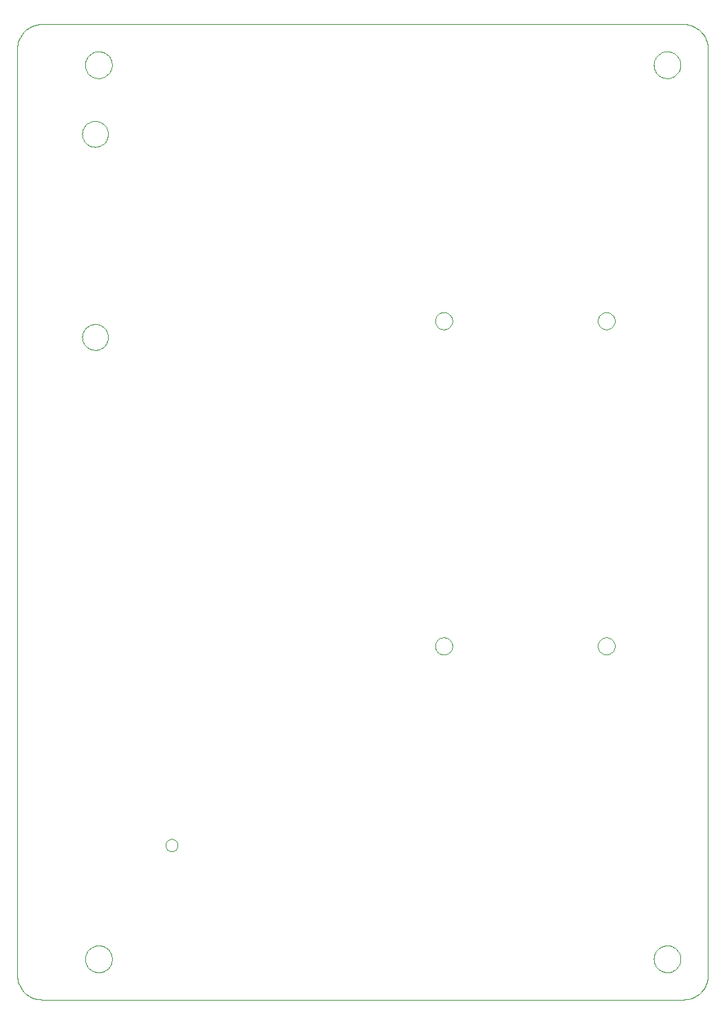
<source format=gko>
G75*
G70*
%OFA0B0*%
%FSLAX24Y24*%
%IPPOS*%
%LPD*%
%AMOC8*
5,1,8,0,0,1.08239X$1,22.5*
%
%ADD10C,0.0000*%
D10*
X005291Y001336D02*
X005291Y046218D01*
X005293Y046284D01*
X005298Y046350D01*
X005308Y046416D01*
X005321Y046481D01*
X005337Y046545D01*
X005357Y046608D01*
X005381Y046670D01*
X005408Y046730D01*
X005438Y046789D01*
X005472Y046846D01*
X005509Y046901D01*
X005549Y046954D01*
X005591Y047005D01*
X005637Y047053D01*
X005685Y047099D01*
X005736Y047141D01*
X005789Y047181D01*
X005844Y047218D01*
X005901Y047252D01*
X005960Y047282D01*
X006020Y047309D01*
X006082Y047333D01*
X006145Y047353D01*
X006209Y047369D01*
X006274Y047382D01*
X006340Y047392D01*
X006406Y047397D01*
X006472Y047399D01*
X037575Y047399D01*
X037641Y047397D01*
X037707Y047392D01*
X037773Y047382D01*
X037838Y047369D01*
X037902Y047353D01*
X037965Y047333D01*
X038027Y047309D01*
X038087Y047282D01*
X038146Y047252D01*
X038203Y047218D01*
X038258Y047181D01*
X038311Y047141D01*
X038362Y047099D01*
X038410Y047053D01*
X038456Y047005D01*
X038498Y046954D01*
X038538Y046901D01*
X038575Y046846D01*
X038609Y046789D01*
X038639Y046730D01*
X038666Y046670D01*
X038690Y046608D01*
X038710Y046545D01*
X038726Y046481D01*
X038739Y046416D01*
X038749Y046350D01*
X038754Y046284D01*
X038756Y046218D01*
X038756Y001336D01*
X038754Y001270D01*
X038749Y001204D01*
X038739Y001138D01*
X038726Y001073D01*
X038710Y001009D01*
X038690Y000946D01*
X038666Y000884D01*
X038639Y000824D01*
X038609Y000765D01*
X038575Y000708D01*
X038538Y000653D01*
X038498Y000600D01*
X038456Y000549D01*
X038410Y000501D01*
X038362Y000455D01*
X038311Y000413D01*
X038258Y000373D01*
X038203Y000336D01*
X038146Y000302D01*
X038087Y000272D01*
X038027Y000245D01*
X037965Y000221D01*
X037902Y000201D01*
X037838Y000185D01*
X037773Y000172D01*
X037707Y000162D01*
X037641Y000157D01*
X037575Y000155D01*
X006472Y000155D01*
X006406Y000157D01*
X006340Y000162D01*
X006274Y000172D01*
X006209Y000185D01*
X006145Y000201D01*
X006082Y000221D01*
X006020Y000245D01*
X005960Y000272D01*
X005901Y000302D01*
X005844Y000336D01*
X005789Y000373D01*
X005736Y000413D01*
X005685Y000455D01*
X005637Y000501D01*
X005591Y000549D01*
X005549Y000600D01*
X005509Y000653D01*
X005472Y000708D01*
X005438Y000765D01*
X005408Y000824D01*
X005381Y000884D01*
X005357Y000946D01*
X005337Y001009D01*
X005321Y001073D01*
X005308Y001138D01*
X005298Y001204D01*
X005293Y001270D01*
X005291Y001336D01*
X008578Y002123D02*
X008580Y002173D01*
X008586Y002223D01*
X008596Y002273D01*
X008609Y002321D01*
X008626Y002369D01*
X008647Y002415D01*
X008671Y002459D01*
X008699Y002501D01*
X008730Y002541D01*
X008764Y002578D01*
X008801Y002613D01*
X008840Y002644D01*
X008881Y002673D01*
X008925Y002698D01*
X008971Y002720D01*
X009018Y002738D01*
X009066Y002752D01*
X009115Y002763D01*
X009165Y002770D01*
X009215Y002773D01*
X009266Y002772D01*
X009316Y002767D01*
X009366Y002758D01*
X009414Y002746D01*
X009462Y002729D01*
X009508Y002709D01*
X009553Y002686D01*
X009596Y002659D01*
X009636Y002629D01*
X009674Y002596D01*
X009709Y002560D01*
X009742Y002521D01*
X009771Y002480D01*
X009797Y002437D01*
X009820Y002392D01*
X009839Y002345D01*
X009854Y002297D01*
X009866Y002248D01*
X009874Y002198D01*
X009878Y002148D01*
X009878Y002098D01*
X009874Y002048D01*
X009866Y001998D01*
X009854Y001949D01*
X009839Y001901D01*
X009820Y001854D01*
X009797Y001809D01*
X009771Y001766D01*
X009742Y001725D01*
X009709Y001686D01*
X009674Y001650D01*
X009636Y001617D01*
X009596Y001587D01*
X009553Y001560D01*
X009508Y001537D01*
X009462Y001517D01*
X009414Y001500D01*
X009366Y001488D01*
X009316Y001479D01*
X009266Y001474D01*
X009215Y001473D01*
X009165Y001476D01*
X009115Y001483D01*
X009066Y001494D01*
X009018Y001508D01*
X008971Y001526D01*
X008925Y001548D01*
X008881Y001573D01*
X008840Y001602D01*
X008801Y001633D01*
X008764Y001668D01*
X008730Y001705D01*
X008699Y001745D01*
X008671Y001787D01*
X008647Y001831D01*
X008626Y001877D01*
X008609Y001925D01*
X008596Y001973D01*
X008586Y002023D01*
X008580Y002073D01*
X008578Y002123D01*
X012477Y007635D02*
X012479Y007669D01*
X012485Y007703D01*
X012495Y007736D01*
X012508Y007767D01*
X012526Y007797D01*
X012546Y007825D01*
X012570Y007850D01*
X012596Y007872D01*
X012624Y007890D01*
X012655Y007906D01*
X012687Y007918D01*
X012721Y007926D01*
X012755Y007930D01*
X012789Y007930D01*
X012823Y007926D01*
X012857Y007918D01*
X012889Y007906D01*
X012919Y007890D01*
X012948Y007872D01*
X012974Y007850D01*
X012998Y007825D01*
X013018Y007797D01*
X013036Y007767D01*
X013049Y007736D01*
X013059Y007703D01*
X013065Y007669D01*
X013067Y007635D01*
X013065Y007601D01*
X013059Y007567D01*
X013049Y007534D01*
X013036Y007503D01*
X013018Y007473D01*
X012998Y007445D01*
X012974Y007420D01*
X012948Y007398D01*
X012920Y007380D01*
X012889Y007364D01*
X012857Y007352D01*
X012823Y007344D01*
X012789Y007340D01*
X012755Y007340D01*
X012721Y007344D01*
X012687Y007352D01*
X012655Y007364D01*
X012624Y007380D01*
X012596Y007398D01*
X012570Y007420D01*
X012546Y007445D01*
X012526Y007473D01*
X012508Y007503D01*
X012495Y007534D01*
X012485Y007567D01*
X012479Y007601D01*
X012477Y007635D01*
X025548Y017281D02*
X025550Y017321D01*
X025556Y017362D01*
X025566Y017401D01*
X025579Y017439D01*
X025597Y017476D01*
X025618Y017510D01*
X025642Y017543D01*
X025669Y017573D01*
X025699Y017600D01*
X025732Y017624D01*
X025766Y017645D01*
X025803Y017663D01*
X025841Y017676D01*
X025880Y017686D01*
X025921Y017692D01*
X025961Y017694D01*
X026001Y017692D01*
X026042Y017686D01*
X026081Y017676D01*
X026119Y017663D01*
X026156Y017645D01*
X026190Y017624D01*
X026223Y017600D01*
X026253Y017573D01*
X026280Y017543D01*
X026304Y017510D01*
X026325Y017476D01*
X026343Y017439D01*
X026356Y017401D01*
X026366Y017362D01*
X026372Y017321D01*
X026374Y017281D01*
X026372Y017241D01*
X026366Y017200D01*
X026356Y017161D01*
X026343Y017123D01*
X026325Y017086D01*
X026304Y017052D01*
X026280Y017019D01*
X026253Y016989D01*
X026223Y016962D01*
X026190Y016938D01*
X026156Y016917D01*
X026119Y016899D01*
X026081Y016886D01*
X026042Y016876D01*
X026001Y016870D01*
X025961Y016868D01*
X025921Y016870D01*
X025880Y016876D01*
X025841Y016886D01*
X025803Y016899D01*
X025766Y016917D01*
X025732Y016938D01*
X025699Y016962D01*
X025669Y016989D01*
X025642Y017019D01*
X025618Y017052D01*
X025597Y017086D01*
X025579Y017123D01*
X025566Y017161D01*
X025556Y017200D01*
X025550Y017241D01*
X025548Y017281D01*
X033422Y017281D02*
X033424Y017321D01*
X033430Y017362D01*
X033440Y017401D01*
X033453Y017439D01*
X033471Y017476D01*
X033492Y017510D01*
X033516Y017543D01*
X033543Y017573D01*
X033573Y017600D01*
X033606Y017624D01*
X033640Y017645D01*
X033677Y017663D01*
X033715Y017676D01*
X033754Y017686D01*
X033795Y017692D01*
X033835Y017694D01*
X033875Y017692D01*
X033916Y017686D01*
X033955Y017676D01*
X033993Y017663D01*
X034030Y017645D01*
X034064Y017624D01*
X034097Y017600D01*
X034127Y017573D01*
X034154Y017543D01*
X034178Y017510D01*
X034199Y017476D01*
X034217Y017439D01*
X034230Y017401D01*
X034240Y017362D01*
X034246Y017321D01*
X034248Y017281D01*
X034246Y017241D01*
X034240Y017200D01*
X034230Y017161D01*
X034217Y017123D01*
X034199Y017086D01*
X034178Y017052D01*
X034154Y017019D01*
X034127Y016989D01*
X034097Y016962D01*
X034064Y016938D01*
X034030Y016917D01*
X033993Y016899D01*
X033955Y016886D01*
X033916Y016876D01*
X033875Y016870D01*
X033835Y016868D01*
X033795Y016870D01*
X033754Y016876D01*
X033715Y016886D01*
X033677Y016899D01*
X033640Y016917D01*
X033606Y016938D01*
X033573Y016962D01*
X033543Y016989D01*
X033516Y017019D01*
X033492Y017052D01*
X033471Y017086D01*
X033453Y017123D01*
X033440Y017161D01*
X033430Y017200D01*
X033424Y017241D01*
X033422Y017281D01*
X036137Y002123D02*
X036139Y002173D01*
X036145Y002223D01*
X036155Y002273D01*
X036168Y002321D01*
X036185Y002369D01*
X036206Y002415D01*
X036230Y002459D01*
X036258Y002501D01*
X036289Y002541D01*
X036323Y002578D01*
X036360Y002613D01*
X036399Y002644D01*
X036440Y002673D01*
X036484Y002698D01*
X036530Y002720D01*
X036577Y002738D01*
X036625Y002752D01*
X036674Y002763D01*
X036724Y002770D01*
X036774Y002773D01*
X036825Y002772D01*
X036875Y002767D01*
X036925Y002758D01*
X036973Y002746D01*
X037021Y002729D01*
X037067Y002709D01*
X037112Y002686D01*
X037155Y002659D01*
X037195Y002629D01*
X037233Y002596D01*
X037268Y002560D01*
X037301Y002521D01*
X037330Y002480D01*
X037356Y002437D01*
X037379Y002392D01*
X037398Y002345D01*
X037413Y002297D01*
X037425Y002248D01*
X037433Y002198D01*
X037437Y002148D01*
X037437Y002098D01*
X037433Y002048D01*
X037425Y001998D01*
X037413Y001949D01*
X037398Y001901D01*
X037379Y001854D01*
X037356Y001809D01*
X037330Y001766D01*
X037301Y001725D01*
X037268Y001686D01*
X037233Y001650D01*
X037195Y001617D01*
X037155Y001587D01*
X037112Y001560D01*
X037067Y001537D01*
X037021Y001517D01*
X036973Y001500D01*
X036925Y001488D01*
X036875Y001479D01*
X036825Y001474D01*
X036774Y001473D01*
X036724Y001476D01*
X036674Y001483D01*
X036625Y001494D01*
X036577Y001508D01*
X036530Y001526D01*
X036484Y001548D01*
X036440Y001573D01*
X036399Y001602D01*
X036360Y001633D01*
X036323Y001668D01*
X036289Y001705D01*
X036258Y001745D01*
X036230Y001787D01*
X036206Y001831D01*
X036185Y001877D01*
X036168Y001925D01*
X036155Y001973D01*
X036145Y002023D01*
X036139Y002073D01*
X036137Y002123D01*
X033422Y033029D02*
X033424Y033069D01*
X033430Y033110D01*
X033440Y033149D01*
X033453Y033187D01*
X033471Y033224D01*
X033492Y033258D01*
X033516Y033291D01*
X033543Y033321D01*
X033573Y033348D01*
X033606Y033372D01*
X033640Y033393D01*
X033677Y033411D01*
X033715Y033424D01*
X033754Y033434D01*
X033795Y033440D01*
X033835Y033442D01*
X033875Y033440D01*
X033916Y033434D01*
X033955Y033424D01*
X033993Y033411D01*
X034030Y033393D01*
X034064Y033372D01*
X034097Y033348D01*
X034127Y033321D01*
X034154Y033291D01*
X034178Y033258D01*
X034199Y033224D01*
X034217Y033187D01*
X034230Y033149D01*
X034240Y033110D01*
X034246Y033069D01*
X034248Y033029D01*
X034246Y032989D01*
X034240Y032948D01*
X034230Y032909D01*
X034217Y032871D01*
X034199Y032834D01*
X034178Y032800D01*
X034154Y032767D01*
X034127Y032737D01*
X034097Y032710D01*
X034064Y032686D01*
X034030Y032665D01*
X033993Y032647D01*
X033955Y032634D01*
X033916Y032624D01*
X033875Y032618D01*
X033835Y032616D01*
X033795Y032618D01*
X033754Y032624D01*
X033715Y032634D01*
X033677Y032647D01*
X033640Y032665D01*
X033606Y032686D01*
X033573Y032710D01*
X033543Y032737D01*
X033516Y032767D01*
X033492Y032800D01*
X033471Y032834D01*
X033453Y032871D01*
X033440Y032909D01*
X033430Y032948D01*
X033424Y032989D01*
X033422Y033029D01*
X025548Y033029D02*
X025550Y033069D01*
X025556Y033110D01*
X025566Y033149D01*
X025579Y033187D01*
X025597Y033224D01*
X025618Y033258D01*
X025642Y033291D01*
X025669Y033321D01*
X025699Y033348D01*
X025732Y033372D01*
X025766Y033393D01*
X025803Y033411D01*
X025841Y033424D01*
X025880Y033434D01*
X025921Y033440D01*
X025961Y033442D01*
X026001Y033440D01*
X026042Y033434D01*
X026081Y033424D01*
X026119Y033411D01*
X026156Y033393D01*
X026190Y033372D01*
X026223Y033348D01*
X026253Y033321D01*
X026280Y033291D01*
X026304Y033258D01*
X026325Y033224D01*
X026343Y033187D01*
X026356Y033149D01*
X026366Y033110D01*
X026372Y033069D01*
X026374Y033029D01*
X026372Y032989D01*
X026366Y032948D01*
X026356Y032909D01*
X026343Y032871D01*
X026325Y032834D01*
X026304Y032800D01*
X026280Y032767D01*
X026253Y032737D01*
X026223Y032710D01*
X026190Y032686D01*
X026156Y032665D01*
X026119Y032647D01*
X026081Y032634D01*
X026042Y032624D01*
X026001Y032618D01*
X025961Y032616D01*
X025921Y032618D01*
X025880Y032624D01*
X025841Y032634D01*
X025803Y032647D01*
X025766Y032665D01*
X025732Y032686D01*
X025699Y032710D01*
X025669Y032737D01*
X025642Y032767D01*
X025618Y032800D01*
X025597Y032834D01*
X025579Y032871D01*
X025566Y032909D01*
X025556Y032948D01*
X025550Y032989D01*
X025548Y033029D01*
X036137Y045431D02*
X036139Y045481D01*
X036145Y045531D01*
X036155Y045581D01*
X036168Y045629D01*
X036185Y045677D01*
X036206Y045723D01*
X036230Y045767D01*
X036258Y045809D01*
X036289Y045849D01*
X036323Y045886D01*
X036360Y045921D01*
X036399Y045952D01*
X036440Y045981D01*
X036484Y046006D01*
X036530Y046028D01*
X036577Y046046D01*
X036625Y046060D01*
X036674Y046071D01*
X036724Y046078D01*
X036774Y046081D01*
X036825Y046080D01*
X036875Y046075D01*
X036925Y046066D01*
X036973Y046054D01*
X037021Y046037D01*
X037067Y046017D01*
X037112Y045994D01*
X037155Y045967D01*
X037195Y045937D01*
X037233Y045904D01*
X037268Y045868D01*
X037301Y045829D01*
X037330Y045788D01*
X037356Y045745D01*
X037379Y045700D01*
X037398Y045653D01*
X037413Y045605D01*
X037425Y045556D01*
X037433Y045506D01*
X037437Y045456D01*
X037437Y045406D01*
X037433Y045356D01*
X037425Y045306D01*
X037413Y045257D01*
X037398Y045209D01*
X037379Y045162D01*
X037356Y045117D01*
X037330Y045074D01*
X037301Y045033D01*
X037268Y044994D01*
X037233Y044958D01*
X037195Y044925D01*
X037155Y044895D01*
X037112Y044868D01*
X037067Y044845D01*
X037021Y044825D01*
X036973Y044808D01*
X036925Y044796D01*
X036875Y044787D01*
X036825Y044782D01*
X036774Y044781D01*
X036724Y044784D01*
X036674Y044791D01*
X036625Y044802D01*
X036577Y044816D01*
X036530Y044834D01*
X036484Y044856D01*
X036440Y044881D01*
X036399Y044910D01*
X036360Y044941D01*
X036323Y044976D01*
X036289Y045013D01*
X036258Y045053D01*
X036230Y045095D01*
X036206Y045139D01*
X036185Y045185D01*
X036168Y045233D01*
X036155Y045281D01*
X036145Y045331D01*
X036139Y045381D01*
X036137Y045431D01*
X008578Y045431D02*
X008580Y045481D01*
X008586Y045531D01*
X008596Y045581D01*
X008609Y045629D01*
X008626Y045677D01*
X008647Y045723D01*
X008671Y045767D01*
X008699Y045809D01*
X008730Y045849D01*
X008764Y045886D01*
X008801Y045921D01*
X008840Y045952D01*
X008881Y045981D01*
X008925Y046006D01*
X008971Y046028D01*
X009018Y046046D01*
X009066Y046060D01*
X009115Y046071D01*
X009165Y046078D01*
X009215Y046081D01*
X009266Y046080D01*
X009316Y046075D01*
X009366Y046066D01*
X009414Y046054D01*
X009462Y046037D01*
X009508Y046017D01*
X009553Y045994D01*
X009596Y045967D01*
X009636Y045937D01*
X009674Y045904D01*
X009709Y045868D01*
X009742Y045829D01*
X009771Y045788D01*
X009797Y045745D01*
X009820Y045700D01*
X009839Y045653D01*
X009854Y045605D01*
X009866Y045556D01*
X009874Y045506D01*
X009878Y045456D01*
X009878Y045406D01*
X009874Y045356D01*
X009866Y045306D01*
X009854Y045257D01*
X009839Y045209D01*
X009820Y045162D01*
X009797Y045117D01*
X009771Y045074D01*
X009742Y045033D01*
X009709Y044994D01*
X009674Y044958D01*
X009636Y044925D01*
X009596Y044895D01*
X009553Y044868D01*
X009508Y044845D01*
X009462Y044825D01*
X009414Y044808D01*
X009366Y044796D01*
X009316Y044787D01*
X009266Y044782D01*
X009215Y044781D01*
X009165Y044784D01*
X009115Y044791D01*
X009066Y044802D01*
X009018Y044816D01*
X008971Y044834D01*
X008925Y044856D01*
X008881Y044881D01*
X008840Y044910D01*
X008801Y044941D01*
X008764Y044976D01*
X008730Y045013D01*
X008699Y045053D01*
X008671Y045095D01*
X008647Y045139D01*
X008626Y045185D01*
X008609Y045233D01*
X008596Y045281D01*
X008586Y045331D01*
X008580Y045381D01*
X008578Y045431D01*
X008437Y042082D02*
X008439Y042132D01*
X008445Y042181D01*
X008455Y042230D01*
X008468Y042278D01*
X008486Y042324D01*
X008507Y042370D01*
X008532Y042413D01*
X008559Y042454D01*
X008591Y042493D01*
X008625Y042529D01*
X008662Y042562D01*
X008701Y042593D01*
X008743Y042620D01*
X008787Y042644D01*
X008832Y042664D01*
X008879Y042680D01*
X008927Y042693D01*
X008976Y042702D01*
X009026Y042707D01*
X009075Y042708D01*
X009125Y042705D01*
X009174Y042698D01*
X009223Y042687D01*
X009271Y042673D01*
X009317Y042654D01*
X009362Y042632D01*
X009404Y042607D01*
X009445Y042578D01*
X009483Y042546D01*
X009519Y042511D01*
X009551Y042474D01*
X009581Y042434D01*
X009607Y042391D01*
X009630Y042347D01*
X009649Y042301D01*
X009665Y042254D01*
X009677Y042206D01*
X009685Y042157D01*
X009689Y042107D01*
X009689Y042057D01*
X009685Y042007D01*
X009677Y041958D01*
X009665Y041910D01*
X009649Y041863D01*
X009630Y041817D01*
X009607Y041773D01*
X009581Y041730D01*
X009551Y041690D01*
X009519Y041653D01*
X009483Y041618D01*
X009445Y041586D01*
X009404Y041557D01*
X009362Y041532D01*
X009317Y041510D01*
X009271Y041491D01*
X009223Y041477D01*
X009174Y041466D01*
X009125Y041459D01*
X009075Y041456D01*
X009026Y041457D01*
X008976Y041462D01*
X008927Y041471D01*
X008879Y041484D01*
X008832Y041500D01*
X008787Y041520D01*
X008743Y041544D01*
X008701Y041571D01*
X008662Y041602D01*
X008625Y041635D01*
X008591Y041671D01*
X008559Y041710D01*
X008532Y041751D01*
X008507Y041794D01*
X008486Y041840D01*
X008468Y041886D01*
X008455Y041934D01*
X008445Y041983D01*
X008439Y042032D01*
X008437Y042082D01*
X008437Y032244D02*
X008439Y032294D01*
X008445Y032343D01*
X008455Y032392D01*
X008468Y032440D01*
X008486Y032486D01*
X008507Y032532D01*
X008532Y032575D01*
X008559Y032616D01*
X008591Y032655D01*
X008625Y032691D01*
X008662Y032724D01*
X008701Y032755D01*
X008743Y032782D01*
X008787Y032806D01*
X008832Y032826D01*
X008879Y032842D01*
X008927Y032855D01*
X008976Y032864D01*
X009026Y032869D01*
X009075Y032870D01*
X009125Y032867D01*
X009174Y032860D01*
X009223Y032849D01*
X009271Y032835D01*
X009317Y032816D01*
X009362Y032794D01*
X009404Y032769D01*
X009445Y032740D01*
X009483Y032708D01*
X009519Y032673D01*
X009551Y032636D01*
X009581Y032596D01*
X009607Y032553D01*
X009630Y032509D01*
X009649Y032463D01*
X009665Y032416D01*
X009677Y032368D01*
X009685Y032319D01*
X009689Y032269D01*
X009689Y032219D01*
X009685Y032169D01*
X009677Y032120D01*
X009665Y032072D01*
X009649Y032025D01*
X009630Y031979D01*
X009607Y031935D01*
X009581Y031892D01*
X009551Y031852D01*
X009519Y031815D01*
X009483Y031780D01*
X009445Y031748D01*
X009404Y031719D01*
X009362Y031694D01*
X009317Y031672D01*
X009271Y031653D01*
X009223Y031639D01*
X009174Y031628D01*
X009125Y031621D01*
X009075Y031618D01*
X009026Y031619D01*
X008976Y031624D01*
X008927Y031633D01*
X008879Y031646D01*
X008832Y031662D01*
X008787Y031682D01*
X008743Y031706D01*
X008701Y031733D01*
X008662Y031764D01*
X008625Y031797D01*
X008591Y031833D01*
X008559Y031872D01*
X008532Y031913D01*
X008507Y031956D01*
X008486Y032002D01*
X008468Y032048D01*
X008455Y032096D01*
X008445Y032145D01*
X008439Y032194D01*
X008437Y032244D01*
M02*

</source>
